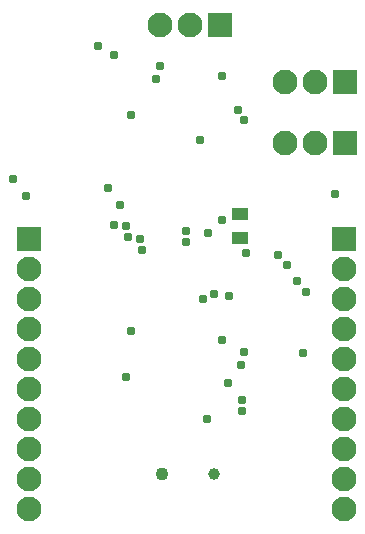
<source format=gbs>
G04*
G04 #@! TF.GenerationSoftware,Altium Limited,Altium Designer,23.7.1 (13)*
G04*
G04 Layer_Color=16711935*
%FSLAX25Y25*%
%MOIN*%
G70*
G04*
G04 #@! TF.SameCoordinates,94D171D2-8780-4672-B2B7-694C8E849A20*
G04*
G04*
G04 #@! TF.FilePolarity,Negative*
G04*
G01*
G75*
%ADD16R,0.05315X0.04331*%
%ADD24C,0.04343*%
%ADD25C,0.03937*%
%ADD26C,0.08268*%
%ADD27R,0.08268X0.08268*%
%ADD28R,0.08268X0.08268*%
%ADD29C,0.03071*%
D16*
X95276Y108268D02*
D03*
Y100394D02*
D03*
D24*
X69134Y21654D02*
D03*
D25*
X86457D02*
D03*
D26*
X130000Y10000D02*
D03*
Y20000D02*
D03*
Y30000D02*
D03*
Y40000D02*
D03*
Y50000D02*
D03*
Y60000D02*
D03*
Y70000D02*
D03*
Y80000D02*
D03*
Y90000D02*
D03*
X25000D02*
D03*
Y80000D02*
D03*
Y70000D02*
D03*
Y60000D02*
D03*
Y50000D02*
D03*
Y40000D02*
D03*
Y30000D02*
D03*
Y20000D02*
D03*
Y10000D02*
D03*
X120079Y131890D02*
D03*
X110079D02*
D03*
X120079Y152362D02*
D03*
X110079D02*
D03*
X78740Y171260D02*
D03*
X68740D02*
D03*
D27*
X130000Y100000D02*
D03*
X25000D02*
D03*
D28*
X130079Y131890D02*
D03*
Y152362D02*
D03*
X88740Y171260D02*
D03*
D29*
X91535Y81004D02*
D03*
X86417Y81496D02*
D03*
X83071Y80028D02*
D03*
X89370Y66142D02*
D03*
X77165Y98819D02*
D03*
X96457Y139631D02*
D03*
X55261Y111398D02*
D03*
X57087Y53937D02*
D03*
X95426Y58025D02*
D03*
X67405Y153150D02*
D03*
X68504Y157480D02*
D03*
X94488Y142913D02*
D03*
X59055Y69291D02*
D03*
X84646Y101969D02*
D03*
X89370Y154331D02*
D03*
X77165Y102756D02*
D03*
X81890Y133071D02*
D03*
X97244Y95276D02*
D03*
X89370Y106299D02*
D03*
X116142Y61811D02*
D03*
X117323Y82284D02*
D03*
X107874Y94488D02*
D03*
X114173Y85827D02*
D03*
X111024Y91339D02*
D03*
X24016Y114173D02*
D03*
X19685Y120079D02*
D03*
X59055Y141339D02*
D03*
X53150Y161417D02*
D03*
X51181Y116929D02*
D03*
X126772Y114961D02*
D03*
X96457Y62205D02*
D03*
X96063Y46457D02*
D03*
X91339Y51968D02*
D03*
X62598Y96379D02*
D03*
X61811Y100046D02*
D03*
X57874Y100563D02*
D03*
X57188Y104331D02*
D03*
X53150Y104747D02*
D03*
X96063Y42520D02*
D03*
X84095Y40000D02*
D03*
X47835Y164370D02*
D03*
M02*

</source>
